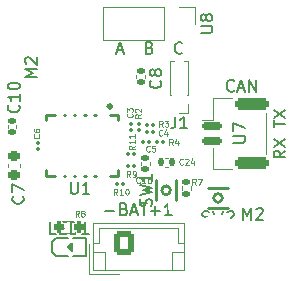
<source format=gto>
G04 #@! TF.GenerationSoftware,KiCad,Pcbnew,9.0.4*
G04 #@! TF.CreationDate,2025-10-13T14:39:45-04:00*
G04 #@! TF.ProjectId,bldc motor controller,626c6463-206d-46f7-946f-7220636f6e74,rev?*
G04 #@! TF.SameCoordinates,Original*
G04 #@! TF.FileFunction,Legend,Top*
G04 #@! TF.FilePolarity,Positive*
%FSLAX46Y46*%
G04 Gerber Fmt 4.6, Leading zero omitted, Abs format (unit mm)*
G04 Created by KiCad (PCBNEW 9.0.4) date 2025-10-13 14:39:45*
%MOMM*%
%LPD*%
G01*
G04 APERTURE LIST*
G04 Aperture macros list*
%AMRoundRect*
0 Rectangle with rounded corners*
0 $1 Rounding radius*
0 $2 $3 $4 $5 $6 $7 $8 $9 X,Y pos of 4 corners*
0 Add a 4 corners polygon primitive as box body*
4,1,4,$2,$3,$4,$5,$6,$7,$8,$9,$2,$3,0*
0 Add four circle primitives for the rounded corners*
1,1,$1+$1,$2,$3*
1,1,$1+$1,$4,$5*
1,1,$1+$1,$6,$7*
1,1,$1+$1,$8,$9*
0 Add four rect primitives between the rounded corners*
20,1,$1+$1,$2,$3,$4,$5,0*
20,1,$1+$1,$4,$5,$6,$7,0*
20,1,$1+$1,$6,$7,$8,$9,0*
20,1,$1+$1,$8,$9,$2,$3,0*%
G04 Aperture macros list end*
%ADD10C,0.200000*%
%ADD11C,0.150000*%
%ADD12C,0.062500*%
%ADD13C,0.254000*%
%ADD14C,0.120000*%
%ADD15C,0.300000*%
%ADD16R,0.720000X0.550000*%
%ADD17R,0.550000X0.720000*%
%ADD18R,0.800000X0.800000*%
%ADD19R,0.850000X0.850000*%
%ADD20C,0.850000*%
%ADD21RoundRect,0.250000X-0.600000X-0.750000X0.600000X-0.750000X0.600000X0.750000X-0.600000X0.750000X0*%
%ADD22O,1.700000X2.000000*%
%ADD23RoundRect,0.075000X-0.125000X-0.075000X0.125000X-0.075000X0.125000X0.075000X-0.125000X0.075000X0*%
%ADD24RoundRect,0.140000X-0.140000X-0.170000X0.140000X-0.170000X0.140000X0.170000X-0.140000X0.170000X0*%
%ADD25RoundRect,0.225000X-0.250000X0.225000X-0.250000X-0.225000X0.250000X-0.225000X0.250000X0.225000X0*%
%ADD26R,1.700000X1.700000*%
%ADD27C,1.700000*%
%ADD28RoundRect,0.200000X-0.200000X-0.275000X0.200000X-0.275000X0.200000X0.275000X-0.200000X0.275000X0*%
%ADD29RoundRect,0.150000X-0.700000X0.150000X-0.700000X-0.150000X0.700000X-0.150000X0.700000X0.150000X0*%
%ADD30RoundRect,0.250000X-1.150000X0.250000X-1.150000X-0.250000X1.150000X-0.250000X1.150000X0.250000X0*%
%ADD31RoundRect,0.140000X0.170000X-0.140000X0.170000X0.140000X-0.170000X0.140000X-0.170000X-0.140000X0*%
%ADD32RoundRect,0.140000X-0.170000X0.140000X-0.170000X-0.140000X0.170000X-0.140000X0.170000X0.140000X0*%
%ADD33RoundRect,0.075000X0.075000X-0.125000X0.075000X0.125000X-0.075000X0.125000X-0.075000X-0.125000X0*%
%ADD34O,0.280000X0.790000*%
%ADD35O,0.790000X0.280000*%
%ADD36R,4.000000X3.000000*%
%ADD37C,3.800000*%
%ADD38RoundRect,0.135000X0.185000X-0.135000X0.185000X0.135000X-0.185000X0.135000X-0.185000X-0.135000X0*%
G04 APERTURE END LIST*
D10*
X150257142Y-83856980D02*
X150209523Y-83904600D01*
X150209523Y-83904600D02*
X150066666Y-83952219D01*
X150066666Y-83952219D02*
X149971428Y-83952219D01*
X149971428Y-83952219D02*
X149828571Y-83904600D01*
X149828571Y-83904600D02*
X149733333Y-83809361D01*
X149733333Y-83809361D02*
X149685714Y-83714123D01*
X149685714Y-83714123D02*
X149638095Y-83523647D01*
X149638095Y-83523647D02*
X149638095Y-83380790D01*
X149638095Y-83380790D02*
X149685714Y-83190314D01*
X149685714Y-83190314D02*
X149733333Y-83095076D01*
X149733333Y-83095076D02*
X149828571Y-82999838D01*
X149828571Y-82999838D02*
X149971428Y-82952219D01*
X149971428Y-82952219D02*
X150066666Y-82952219D01*
X150066666Y-82952219D02*
X150209523Y-82999838D01*
X150209523Y-82999838D02*
X150257142Y-83047457D01*
X150638095Y-83666504D02*
X151114285Y-83666504D01*
X150542857Y-83952219D02*
X150876190Y-82952219D01*
X150876190Y-82952219D02*
X151209523Y-83952219D01*
X151542857Y-83952219D02*
X151542857Y-82952219D01*
X151542857Y-82952219D02*
X152114285Y-83952219D01*
X152114285Y-83952219D02*
X152114285Y-82952219D01*
X140338095Y-80466504D02*
X140814285Y-80466504D01*
X140242857Y-80752219D02*
X140576190Y-79752219D01*
X140576190Y-79752219D02*
X140909523Y-80752219D01*
X143100000Y-80228409D02*
X143242857Y-80276028D01*
X143242857Y-80276028D02*
X143290476Y-80323647D01*
X143290476Y-80323647D02*
X143338095Y-80418885D01*
X143338095Y-80418885D02*
X143338095Y-80561742D01*
X143338095Y-80561742D02*
X143290476Y-80656980D01*
X143290476Y-80656980D02*
X143242857Y-80704600D01*
X143242857Y-80704600D02*
X143147619Y-80752219D01*
X143147619Y-80752219D02*
X142766667Y-80752219D01*
X142766667Y-80752219D02*
X142766667Y-79752219D01*
X142766667Y-79752219D02*
X143100000Y-79752219D01*
X143100000Y-79752219D02*
X143195238Y-79799838D01*
X143195238Y-79799838D02*
X143242857Y-79847457D01*
X143242857Y-79847457D02*
X143290476Y-79942695D01*
X143290476Y-79942695D02*
X143290476Y-80037933D01*
X143290476Y-80037933D02*
X143242857Y-80133171D01*
X143242857Y-80133171D02*
X143195238Y-80180790D01*
X143195238Y-80180790D02*
X143100000Y-80228409D01*
X143100000Y-80228409D02*
X142766667Y-80228409D01*
X145861905Y-80656980D02*
X145814286Y-80704600D01*
X145814286Y-80704600D02*
X145671429Y-80752219D01*
X145671429Y-80752219D02*
X145576191Y-80752219D01*
X145576191Y-80752219D02*
X145433334Y-80704600D01*
X145433334Y-80704600D02*
X145338096Y-80609361D01*
X145338096Y-80609361D02*
X145290477Y-80514123D01*
X145290477Y-80514123D02*
X145242858Y-80323647D01*
X145242858Y-80323647D02*
X145242858Y-80180790D01*
X145242858Y-80180790D02*
X145290477Y-79990314D01*
X145290477Y-79990314D02*
X145338096Y-79895076D01*
X145338096Y-79895076D02*
X145433334Y-79799838D01*
X145433334Y-79799838D02*
X145576191Y-79752219D01*
X145576191Y-79752219D02*
X145671429Y-79752219D01*
X145671429Y-79752219D02*
X145814286Y-79799838D01*
X145814286Y-79799838D02*
X145861905Y-79847457D01*
X154602219Y-88954762D02*
X154126028Y-89288095D01*
X154602219Y-89526190D02*
X153602219Y-89526190D01*
X153602219Y-89526190D02*
X153602219Y-89145238D01*
X153602219Y-89145238D02*
X153649838Y-89050000D01*
X153649838Y-89050000D02*
X153697457Y-89002381D01*
X153697457Y-89002381D02*
X153792695Y-88954762D01*
X153792695Y-88954762D02*
X153935552Y-88954762D01*
X153935552Y-88954762D02*
X154030790Y-89002381D01*
X154030790Y-89002381D02*
X154078409Y-89050000D01*
X154078409Y-89050000D02*
X154126028Y-89145238D01*
X154126028Y-89145238D02*
X154126028Y-89526190D01*
X153602219Y-88621428D02*
X154602219Y-87954762D01*
X153602219Y-87954762D02*
X154602219Y-88621428D01*
X153602219Y-86954761D02*
X153602219Y-86383333D01*
X154602219Y-86669047D02*
X153602219Y-86669047D01*
X153602219Y-86145237D02*
X154602219Y-85478571D01*
X153602219Y-85478571D02*
X154602219Y-86145237D01*
D11*
X147566667Y-95034200D02*
X147709524Y-95081819D01*
X147709524Y-95081819D02*
X147947619Y-95081819D01*
X147947619Y-95081819D02*
X148042857Y-95034200D01*
X148042857Y-95034200D02*
X148090476Y-94986580D01*
X148090476Y-94986580D02*
X148138095Y-94891342D01*
X148138095Y-94891342D02*
X148138095Y-94796104D01*
X148138095Y-94796104D02*
X148090476Y-94700866D01*
X148090476Y-94700866D02*
X148042857Y-94653247D01*
X148042857Y-94653247D02*
X147947619Y-94605628D01*
X147947619Y-94605628D02*
X147757143Y-94558009D01*
X147757143Y-94558009D02*
X147661905Y-94510390D01*
X147661905Y-94510390D02*
X147614286Y-94462771D01*
X147614286Y-94462771D02*
X147566667Y-94367533D01*
X147566667Y-94367533D02*
X147566667Y-94272295D01*
X147566667Y-94272295D02*
X147614286Y-94177057D01*
X147614286Y-94177057D02*
X147661905Y-94129438D01*
X147661905Y-94129438D02*
X147757143Y-94081819D01*
X147757143Y-94081819D02*
X147995238Y-94081819D01*
X147995238Y-94081819D02*
X148138095Y-94129438D01*
X148471429Y-94081819D02*
X148709524Y-95081819D01*
X148709524Y-95081819D02*
X148900000Y-94367533D01*
X148900000Y-94367533D02*
X149090476Y-95081819D01*
X149090476Y-95081819D02*
X149328572Y-94081819D01*
X149661905Y-94177057D02*
X149709524Y-94129438D01*
X149709524Y-94129438D02*
X149804762Y-94081819D01*
X149804762Y-94081819D02*
X150042857Y-94081819D01*
X150042857Y-94081819D02*
X150138095Y-94129438D01*
X150138095Y-94129438D02*
X150185714Y-94177057D01*
X150185714Y-94177057D02*
X150233333Y-94272295D01*
X150233333Y-94272295D02*
X150233333Y-94367533D01*
X150233333Y-94367533D02*
X150185714Y-94510390D01*
X150185714Y-94510390D02*
X149614286Y-95081819D01*
X149614286Y-95081819D02*
X150233333Y-95081819D01*
X143230200Y-93633332D02*
X143277819Y-93490475D01*
X143277819Y-93490475D02*
X143277819Y-93252380D01*
X143277819Y-93252380D02*
X143230200Y-93157142D01*
X143230200Y-93157142D02*
X143182580Y-93109523D01*
X143182580Y-93109523D02*
X143087342Y-93061904D01*
X143087342Y-93061904D02*
X142992104Y-93061904D01*
X142992104Y-93061904D02*
X142896866Y-93109523D01*
X142896866Y-93109523D02*
X142849247Y-93157142D01*
X142849247Y-93157142D02*
X142801628Y-93252380D01*
X142801628Y-93252380D02*
X142754009Y-93442856D01*
X142754009Y-93442856D02*
X142706390Y-93538094D01*
X142706390Y-93538094D02*
X142658771Y-93585713D01*
X142658771Y-93585713D02*
X142563533Y-93633332D01*
X142563533Y-93633332D02*
X142468295Y-93633332D01*
X142468295Y-93633332D02*
X142373057Y-93585713D01*
X142373057Y-93585713D02*
X142325438Y-93538094D01*
X142325438Y-93538094D02*
X142277819Y-93442856D01*
X142277819Y-93442856D02*
X142277819Y-93204761D01*
X142277819Y-93204761D02*
X142325438Y-93061904D01*
X142277819Y-92728570D02*
X143277819Y-92490475D01*
X143277819Y-92490475D02*
X142563533Y-92299999D01*
X142563533Y-92299999D02*
X143277819Y-92109523D01*
X143277819Y-92109523D02*
X142277819Y-91871428D01*
X143277819Y-90966666D02*
X143277819Y-91538094D01*
X143277819Y-91252380D02*
X142277819Y-91252380D01*
X142277819Y-91252380D02*
X142420676Y-91347618D01*
X142420676Y-91347618D02*
X142515914Y-91442856D01*
X142515914Y-91442856D02*
X142563533Y-91538094D01*
X135181452Y-96023319D02*
X134705262Y-96023319D01*
X134705262Y-96023319D02*
X134705262Y-95023319D01*
X135514786Y-95499509D02*
X135848119Y-95499509D01*
X135990976Y-96023319D02*
X135514786Y-96023319D01*
X135514786Y-96023319D02*
X135514786Y-95023319D01*
X135514786Y-95023319D02*
X135990976Y-95023319D01*
X136419548Y-96023319D02*
X136419548Y-95023319D01*
X136419548Y-95023319D02*
X136657643Y-95023319D01*
X136657643Y-95023319D02*
X136800500Y-95070938D01*
X136800500Y-95070938D02*
X136895738Y-95166176D01*
X136895738Y-95166176D02*
X136943357Y-95261414D01*
X136943357Y-95261414D02*
X136990976Y-95451890D01*
X136990976Y-95451890D02*
X136990976Y-95594747D01*
X136990976Y-95594747D02*
X136943357Y-95785223D01*
X136943357Y-95785223D02*
X136895738Y-95880461D01*
X136895738Y-95880461D02*
X136800500Y-95975700D01*
X136800500Y-95975700D02*
X136657643Y-96023319D01*
X136657643Y-96023319D02*
X136419548Y-96023319D01*
X137943357Y-96023319D02*
X137371929Y-96023319D01*
X137657643Y-96023319D02*
X137657643Y-95023319D01*
X137657643Y-95023319D02*
X137562405Y-95166176D01*
X137562405Y-95166176D02*
X137467167Y-95261414D01*
X137467167Y-95261414D02*
X137371929Y-95309033D01*
X145266666Y-86064819D02*
X145266666Y-86779104D01*
X145266666Y-86779104D02*
X145219047Y-86921961D01*
X145219047Y-86921961D02*
X145123809Y-87017200D01*
X145123809Y-87017200D02*
X144980952Y-87064819D01*
X144980952Y-87064819D02*
X144885714Y-87064819D01*
X146266666Y-87064819D02*
X145695238Y-87064819D01*
X145980952Y-87064819D02*
X145980952Y-86064819D01*
X145980952Y-86064819D02*
X145885714Y-86207676D01*
X145885714Y-86207676D02*
X145790476Y-86302914D01*
X145790476Y-86302914D02*
X145695238Y-86350533D01*
X139364286Y-94023866D02*
X140126191Y-94023866D01*
X140935714Y-93881009D02*
X141078571Y-93928628D01*
X141078571Y-93928628D02*
X141126190Y-93976247D01*
X141126190Y-93976247D02*
X141173809Y-94071485D01*
X141173809Y-94071485D02*
X141173809Y-94214342D01*
X141173809Y-94214342D02*
X141126190Y-94309580D01*
X141126190Y-94309580D02*
X141078571Y-94357200D01*
X141078571Y-94357200D02*
X140983333Y-94404819D01*
X140983333Y-94404819D02*
X140602381Y-94404819D01*
X140602381Y-94404819D02*
X140602381Y-93404819D01*
X140602381Y-93404819D02*
X140935714Y-93404819D01*
X140935714Y-93404819D02*
X141030952Y-93452438D01*
X141030952Y-93452438D02*
X141078571Y-93500057D01*
X141078571Y-93500057D02*
X141126190Y-93595295D01*
X141126190Y-93595295D02*
X141126190Y-93690533D01*
X141126190Y-93690533D02*
X141078571Y-93785771D01*
X141078571Y-93785771D02*
X141030952Y-93833390D01*
X141030952Y-93833390D02*
X140935714Y-93881009D01*
X140935714Y-93881009D02*
X140602381Y-93881009D01*
X141554762Y-94119104D02*
X142030952Y-94119104D01*
X141459524Y-94404819D02*
X141792857Y-93404819D01*
X141792857Y-93404819D02*
X142126190Y-94404819D01*
X142316667Y-93404819D02*
X142888095Y-93404819D01*
X142602381Y-94404819D02*
X142602381Y-93404819D01*
X143221429Y-94023866D02*
X143983334Y-94023866D01*
X143602381Y-94404819D02*
X143602381Y-93642914D01*
X144983333Y-94404819D02*
X144411905Y-94404819D01*
X144697619Y-94404819D02*
X144697619Y-93404819D01*
X144697619Y-93404819D02*
X144602381Y-93547676D01*
X144602381Y-93547676D02*
X144507143Y-93642914D01*
X144507143Y-93642914D02*
X144411905Y-93690533D01*
D12*
X140378571Y-92678059D02*
X140211905Y-92439964D01*
X140092857Y-92678059D02*
X140092857Y-92178059D01*
X140092857Y-92178059D02*
X140283333Y-92178059D01*
X140283333Y-92178059D02*
X140330952Y-92201869D01*
X140330952Y-92201869D02*
X140354762Y-92225678D01*
X140354762Y-92225678D02*
X140378571Y-92273297D01*
X140378571Y-92273297D02*
X140378571Y-92344726D01*
X140378571Y-92344726D02*
X140354762Y-92392345D01*
X140354762Y-92392345D02*
X140330952Y-92416154D01*
X140330952Y-92416154D02*
X140283333Y-92439964D01*
X140283333Y-92439964D02*
X140092857Y-92439964D01*
X140854762Y-92678059D02*
X140569048Y-92678059D01*
X140711905Y-92678059D02*
X140711905Y-92178059D01*
X140711905Y-92178059D02*
X140664286Y-92249488D01*
X140664286Y-92249488D02*
X140616667Y-92297107D01*
X140616667Y-92297107D02*
X140569048Y-92320916D01*
X141164285Y-92178059D02*
X141211904Y-92178059D01*
X141211904Y-92178059D02*
X141259523Y-92201869D01*
X141259523Y-92201869D02*
X141283333Y-92225678D01*
X141283333Y-92225678D02*
X141307142Y-92273297D01*
X141307142Y-92273297D02*
X141330952Y-92368535D01*
X141330952Y-92368535D02*
X141330952Y-92487583D01*
X141330952Y-92487583D02*
X141307142Y-92582821D01*
X141307142Y-92582821D02*
X141283333Y-92630440D01*
X141283333Y-92630440D02*
X141259523Y-92654250D01*
X141259523Y-92654250D02*
X141211904Y-92678059D01*
X141211904Y-92678059D02*
X141164285Y-92678059D01*
X141164285Y-92678059D02*
X141116666Y-92654250D01*
X141116666Y-92654250D02*
X141092857Y-92630440D01*
X141092857Y-92630440D02*
X141069047Y-92582821D01*
X141069047Y-92582821D02*
X141045238Y-92487583D01*
X141045238Y-92487583D02*
X141045238Y-92368535D01*
X141045238Y-92368535D02*
X141069047Y-92273297D01*
X141069047Y-92273297D02*
X141092857Y-92225678D01*
X141092857Y-92225678D02*
X141116666Y-92201869D01*
X141116666Y-92201869D02*
X141164285Y-92178059D01*
X143116666Y-88980440D02*
X143092857Y-89004250D01*
X143092857Y-89004250D02*
X143021428Y-89028059D01*
X143021428Y-89028059D02*
X142973809Y-89028059D01*
X142973809Y-89028059D02*
X142902381Y-89004250D01*
X142902381Y-89004250D02*
X142854762Y-88956630D01*
X142854762Y-88956630D02*
X142830952Y-88909011D01*
X142830952Y-88909011D02*
X142807143Y-88813773D01*
X142807143Y-88813773D02*
X142807143Y-88742345D01*
X142807143Y-88742345D02*
X142830952Y-88647107D01*
X142830952Y-88647107D02*
X142854762Y-88599488D01*
X142854762Y-88599488D02*
X142902381Y-88551869D01*
X142902381Y-88551869D02*
X142973809Y-88528059D01*
X142973809Y-88528059D02*
X143021428Y-88528059D01*
X143021428Y-88528059D02*
X143092857Y-88551869D01*
X143092857Y-88551869D02*
X143116666Y-88575678D01*
X143569047Y-88528059D02*
X143330952Y-88528059D01*
X143330952Y-88528059D02*
X143307143Y-88766154D01*
X143307143Y-88766154D02*
X143330952Y-88742345D01*
X143330952Y-88742345D02*
X143378571Y-88718535D01*
X143378571Y-88718535D02*
X143497619Y-88718535D01*
X143497619Y-88718535D02*
X143545238Y-88742345D01*
X143545238Y-88742345D02*
X143569047Y-88766154D01*
X143569047Y-88766154D02*
X143592857Y-88813773D01*
X143592857Y-88813773D02*
X143592857Y-88932821D01*
X143592857Y-88932821D02*
X143569047Y-88980440D01*
X143569047Y-88980440D02*
X143545238Y-89004250D01*
X143545238Y-89004250D02*
X143497619Y-89028059D01*
X143497619Y-89028059D02*
X143378571Y-89028059D01*
X143378571Y-89028059D02*
X143330952Y-89004250D01*
X143330952Y-89004250D02*
X143307143Y-88980440D01*
X145928571Y-90080440D02*
X145904762Y-90104250D01*
X145904762Y-90104250D02*
X145833333Y-90128059D01*
X145833333Y-90128059D02*
X145785714Y-90128059D01*
X145785714Y-90128059D02*
X145714286Y-90104250D01*
X145714286Y-90104250D02*
X145666667Y-90056630D01*
X145666667Y-90056630D02*
X145642857Y-90009011D01*
X145642857Y-90009011D02*
X145619048Y-89913773D01*
X145619048Y-89913773D02*
X145619048Y-89842345D01*
X145619048Y-89842345D02*
X145642857Y-89747107D01*
X145642857Y-89747107D02*
X145666667Y-89699488D01*
X145666667Y-89699488D02*
X145714286Y-89651869D01*
X145714286Y-89651869D02*
X145785714Y-89628059D01*
X145785714Y-89628059D02*
X145833333Y-89628059D01*
X145833333Y-89628059D02*
X145904762Y-89651869D01*
X145904762Y-89651869D02*
X145928571Y-89675678D01*
X146119048Y-89675678D02*
X146142857Y-89651869D01*
X146142857Y-89651869D02*
X146190476Y-89628059D01*
X146190476Y-89628059D02*
X146309524Y-89628059D01*
X146309524Y-89628059D02*
X146357143Y-89651869D01*
X146357143Y-89651869D02*
X146380952Y-89675678D01*
X146380952Y-89675678D02*
X146404762Y-89723297D01*
X146404762Y-89723297D02*
X146404762Y-89770916D01*
X146404762Y-89770916D02*
X146380952Y-89842345D01*
X146380952Y-89842345D02*
X146095238Y-90128059D01*
X146095238Y-90128059D02*
X146404762Y-90128059D01*
X146833333Y-89794726D02*
X146833333Y-90128059D01*
X146714285Y-89604250D02*
X146595238Y-89961392D01*
X146595238Y-89961392D02*
X146904761Y-89961392D01*
D11*
X132359580Y-92816666D02*
X132407200Y-92864285D01*
X132407200Y-92864285D02*
X132454819Y-93007142D01*
X132454819Y-93007142D02*
X132454819Y-93102380D01*
X132454819Y-93102380D02*
X132407200Y-93245237D01*
X132407200Y-93245237D02*
X132311961Y-93340475D01*
X132311961Y-93340475D02*
X132216723Y-93388094D01*
X132216723Y-93388094D02*
X132026247Y-93435713D01*
X132026247Y-93435713D02*
X131883390Y-93435713D01*
X131883390Y-93435713D02*
X131692914Y-93388094D01*
X131692914Y-93388094D02*
X131597676Y-93340475D01*
X131597676Y-93340475D02*
X131502438Y-93245237D01*
X131502438Y-93245237D02*
X131454819Y-93102380D01*
X131454819Y-93102380D02*
X131454819Y-93007142D01*
X131454819Y-93007142D02*
X131502438Y-92864285D01*
X131502438Y-92864285D02*
X131550057Y-92816666D01*
X131454819Y-92483332D02*
X131454819Y-91816666D01*
X131454819Y-91816666D02*
X132454819Y-92245237D01*
X147424819Y-78961904D02*
X148234342Y-78961904D01*
X148234342Y-78961904D02*
X148329580Y-78914285D01*
X148329580Y-78914285D02*
X148377200Y-78866666D01*
X148377200Y-78866666D02*
X148424819Y-78771428D01*
X148424819Y-78771428D02*
X148424819Y-78580952D01*
X148424819Y-78580952D02*
X148377200Y-78485714D01*
X148377200Y-78485714D02*
X148329580Y-78438095D01*
X148329580Y-78438095D02*
X148234342Y-78390476D01*
X148234342Y-78390476D02*
X147424819Y-78390476D01*
X147853390Y-77771428D02*
X147805771Y-77866666D01*
X147805771Y-77866666D02*
X147758152Y-77914285D01*
X147758152Y-77914285D02*
X147662914Y-77961904D01*
X147662914Y-77961904D02*
X147615295Y-77961904D01*
X147615295Y-77961904D02*
X147520057Y-77914285D01*
X147520057Y-77914285D02*
X147472438Y-77866666D01*
X147472438Y-77866666D02*
X147424819Y-77771428D01*
X147424819Y-77771428D02*
X147424819Y-77580952D01*
X147424819Y-77580952D02*
X147472438Y-77485714D01*
X147472438Y-77485714D02*
X147520057Y-77438095D01*
X147520057Y-77438095D02*
X147615295Y-77390476D01*
X147615295Y-77390476D02*
X147662914Y-77390476D01*
X147662914Y-77390476D02*
X147758152Y-77438095D01*
X147758152Y-77438095D02*
X147805771Y-77485714D01*
X147805771Y-77485714D02*
X147853390Y-77580952D01*
X147853390Y-77580952D02*
X147853390Y-77771428D01*
X147853390Y-77771428D02*
X147901009Y-77866666D01*
X147901009Y-77866666D02*
X147948628Y-77914285D01*
X147948628Y-77914285D02*
X148043866Y-77961904D01*
X148043866Y-77961904D02*
X148234342Y-77961904D01*
X148234342Y-77961904D02*
X148329580Y-77914285D01*
X148329580Y-77914285D02*
X148377200Y-77866666D01*
X148377200Y-77866666D02*
X148424819Y-77771428D01*
X148424819Y-77771428D02*
X148424819Y-77580952D01*
X148424819Y-77580952D02*
X148377200Y-77485714D01*
X148377200Y-77485714D02*
X148329580Y-77438095D01*
X148329580Y-77438095D02*
X148234342Y-77390476D01*
X148234342Y-77390476D02*
X148043866Y-77390476D01*
X148043866Y-77390476D02*
X147948628Y-77438095D01*
X147948628Y-77438095D02*
X147901009Y-77485714D01*
X147901009Y-77485714D02*
X147853390Y-77580952D01*
D12*
X144166666Y-87630440D02*
X144142857Y-87654250D01*
X144142857Y-87654250D02*
X144071428Y-87678059D01*
X144071428Y-87678059D02*
X144023809Y-87678059D01*
X144023809Y-87678059D02*
X143952381Y-87654250D01*
X143952381Y-87654250D02*
X143904762Y-87606630D01*
X143904762Y-87606630D02*
X143880952Y-87559011D01*
X143880952Y-87559011D02*
X143857143Y-87463773D01*
X143857143Y-87463773D02*
X143857143Y-87392345D01*
X143857143Y-87392345D02*
X143880952Y-87297107D01*
X143880952Y-87297107D02*
X143904762Y-87249488D01*
X143904762Y-87249488D02*
X143952381Y-87201869D01*
X143952381Y-87201869D02*
X144023809Y-87178059D01*
X144023809Y-87178059D02*
X144071428Y-87178059D01*
X144071428Y-87178059D02*
X144142857Y-87201869D01*
X144142857Y-87201869D02*
X144166666Y-87225678D01*
X144595238Y-87344726D02*
X144595238Y-87678059D01*
X144476190Y-87154250D02*
X144357143Y-87511392D01*
X144357143Y-87511392D02*
X144666666Y-87511392D01*
X137116666Y-94528059D02*
X136950000Y-94289964D01*
X136830952Y-94528059D02*
X136830952Y-94028059D01*
X136830952Y-94028059D02*
X137021428Y-94028059D01*
X137021428Y-94028059D02*
X137069047Y-94051869D01*
X137069047Y-94051869D02*
X137092857Y-94075678D01*
X137092857Y-94075678D02*
X137116666Y-94123297D01*
X137116666Y-94123297D02*
X137116666Y-94194726D01*
X137116666Y-94194726D02*
X137092857Y-94242345D01*
X137092857Y-94242345D02*
X137069047Y-94266154D01*
X137069047Y-94266154D02*
X137021428Y-94289964D01*
X137021428Y-94289964D02*
X136830952Y-94289964D01*
X137402381Y-94242345D02*
X137354762Y-94218535D01*
X137354762Y-94218535D02*
X137330952Y-94194726D01*
X137330952Y-94194726D02*
X137307143Y-94147107D01*
X137307143Y-94147107D02*
X137307143Y-94123297D01*
X137307143Y-94123297D02*
X137330952Y-94075678D01*
X137330952Y-94075678D02*
X137354762Y-94051869D01*
X137354762Y-94051869D02*
X137402381Y-94028059D01*
X137402381Y-94028059D02*
X137497619Y-94028059D01*
X137497619Y-94028059D02*
X137545238Y-94051869D01*
X137545238Y-94051869D02*
X137569047Y-94075678D01*
X137569047Y-94075678D02*
X137592857Y-94123297D01*
X137592857Y-94123297D02*
X137592857Y-94147107D01*
X137592857Y-94147107D02*
X137569047Y-94194726D01*
X137569047Y-94194726D02*
X137545238Y-94218535D01*
X137545238Y-94218535D02*
X137497619Y-94242345D01*
X137497619Y-94242345D02*
X137402381Y-94242345D01*
X137402381Y-94242345D02*
X137354762Y-94266154D01*
X137354762Y-94266154D02*
X137330952Y-94289964D01*
X137330952Y-94289964D02*
X137307143Y-94337583D01*
X137307143Y-94337583D02*
X137307143Y-94432821D01*
X137307143Y-94432821D02*
X137330952Y-94480440D01*
X137330952Y-94480440D02*
X137354762Y-94504250D01*
X137354762Y-94504250D02*
X137402381Y-94528059D01*
X137402381Y-94528059D02*
X137497619Y-94528059D01*
X137497619Y-94528059D02*
X137545238Y-94504250D01*
X137545238Y-94504250D02*
X137569047Y-94480440D01*
X137569047Y-94480440D02*
X137592857Y-94432821D01*
X137592857Y-94432821D02*
X137592857Y-94337583D01*
X137592857Y-94337583D02*
X137569047Y-94289964D01*
X137569047Y-94289964D02*
X137545238Y-94266154D01*
X137545238Y-94266154D02*
X137497619Y-94242345D01*
X144216666Y-86928059D02*
X144050000Y-86689964D01*
X143930952Y-86928059D02*
X143930952Y-86428059D01*
X143930952Y-86428059D02*
X144121428Y-86428059D01*
X144121428Y-86428059D02*
X144169047Y-86451869D01*
X144169047Y-86451869D02*
X144192857Y-86475678D01*
X144192857Y-86475678D02*
X144216666Y-86523297D01*
X144216666Y-86523297D02*
X144216666Y-86594726D01*
X144216666Y-86594726D02*
X144192857Y-86642345D01*
X144192857Y-86642345D02*
X144169047Y-86666154D01*
X144169047Y-86666154D02*
X144121428Y-86689964D01*
X144121428Y-86689964D02*
X143930952Y-86689964D01*
X144383333Y-86428059D02*
X144692857Y-86428059D01*
X144692857Y-86428059D02*
X144526190Y-86618535D01*
X144526190Y-86618535D02*
X144597619Y-86618535D01*
X144597619Y-86618535D02*
X144645238Y-86642345D01*
X144645238Y-86642345D02*
X144669047Y-86666154D01*
X144669047Y-86666154D02*
X144692857Y-86713773D01*
X144692857Y-86713773D02*
X144692857Y-86832821D01*
X144692857Y-86832821D02*
X144669047Y-86880440D01*
X144669047Y-86880440D02*
X144645238Y-86904250D01*
X144645238Y-86904250D02*
X144597619Y-86928059D01*
X144597619Y-86928059D02*
X144454762Y-86928059D01*
X144454762Y-86928059D02*
X144407143Y-86904250D01*
X144407143Y-86904250D02*
X144383333Y-86880440D01*
D11*
X150204819Y-88261904D02*
X151014342Y-88261904D01*
X151014342Y-88261904D02*
X151109580Y-88214285D01*
X151109580Y-88214285D02*
X151157200Y-88166666D01*
X151157200Y-88166666D02*
X151204819Y-88071428D01*
X151204819Y-88071428D02*
X151204819Y-87880952D01*
X151204819Y-87880952D02*
X151157200Y-87785714D01*
X151157200Y-87785714D02*
X151109580Y-87738095D01*
X151109580Y-87738095D02*
X151014342Y-87690476D01*
X151014342Y-87690476D02*
X150204819Y-87690476D01*
X150204819Y-87309523D02*
X150204819Y-86642857D01*
X150204819Y-86642857D02*
X151204819Y-87071428D01*
D12*
X141828059Y-88521428D02*
X141589964Y-88688094D01*
X141828059Y-88807142D02*
X141328059Y-88807142D01*
X141328059Y-88807142D02*
X141328059Y-88616666D01*
X141328059Y-88616666D02*
X141351869Y-88569047D01*
X141351869Y-88569047D02*
X141375678Y-88545237D01*
X141375678Y-88545237D02*
X141423297Y-88521428D01*
X141423297Y-88521428D02*
X141494726Y-88521428D01*
X141494726Y-88521428D02*
X141542345Y-88545237D01*
X141542345Y-88545237D02*
X141566154Y-88569047D01*
X141566154Y-88569047D02*
X141589964Y-88616666D01*
X141589964Y-88616666D02*
X141589964Y-88807142D01*
X141828059Y-88045237D02*
X141828059Y-88330951D01*
X141828059Y-88188094D02*
X141328059Y-88188094D01*
X141328059Y-88188094D02*
X141399488Y-88235713D01*
X141399488Y-88235713D02*
X141447107Y-88283332D01*
X141447107Y-88283332D02*
X141470916Y-88330951D01*
X141828059Y-87569047D02*
X141828059Y-87854761D01*
X141828059Y-87711904D02*
X141328059Y-87711904D01*
X141328059Y-87711904D02*
X141399488Y-87759523D01*
X141399488Y-87759523D02*
X141447107Y-87807142D01*
X141447107Y-87807142D02*
X141470916Y-87854761D01*
X145066666Y-88478059D02*
X144900000Y-88239964D01*
X144780952Y-88478059D02*
X144780952Y-87978059D01*
X144780952Y-87978059D02*
X144971428Y-87978059D01*
X144971428Y-87978059D02*
X145019047Y-88001869D01*
X145019047Y-88001869D02*
X145042857Y-88025678D01*
X145042857Y-88025678D02*
X145066666Y-88073297D01*
X145066666Y-88073297D02*
X145066666Y-88144726D01*
X145066666Y-88144726D02*
X145042857Y-88192345D01*
X145042857Y-88192345D02*
X145019047Y-88216154D01*
X145019047Y-88216154D02*
X144971428Y-88239964D01*
X144971428Y-88239964D02*
X144780952Y-88239964D01*
X145495238Y-88144726D02*
X145495238Y-88478059D01*
X145376190Y-87954250D02*
X145257143Y-88311392D01*
X145257143Y-88311392D02*
X145566666Y-88311392D01*
X142278571Y-91630440D02*
X142254762Y-91654250D01*
X142254762Y-91654250D02*
X142183333Y-91678059D01*
X142183333Y-91678059D02*
X142135714Y-91678059D01*
X142135714Y-91678059D02*
X142064286Y-91654250D01*
X142064286Y-91654250D02*
X142016667Y-91606630D01*
X142016667Y-91606630D02*
X141992857Y-91559011D01*
X141992857Y-91559011D02*
X141969048Y-91463773D01*
X141969048Y-91463773D02*
X141969048Y-91392345D01*
X141969048Y-91392345D02*
X141992857Y-91297107D01*
X141992857Y-91297107D02*
X142016667Y-91249488D01*
X142016667Y-91249488D02*
X142064286Y-91201869D01*
X142064286Y-91201869D02*
X142135714Y-91178059D01*
X142135714Y-91178059D02*
X142183333Y-91178059D01*
X142183333Y-91178059D02*
X142254762Y-91201869D01*
X142254762Y-91201869D02*
X142278571Y-91225678D01*
X142754762Y-91678059D02*
X142469048Y-91678059D01*
X142611905Y-91678059D02*
X142611905Y-91178059D01*
X142611905Y-91178059D02*
X142564286Y-91249488D01*
X142564286Y-91249488D02*
X142516667Y-91297107D01*
X142516667Y-91297107D02*
X142469048Y-91320916D01*
X143040476Y-91392345D02*
X142992857Y-91368535D01*
X142992857Y-91368535D02*
X142969047Y-91344726D01*
X142969047Y-91344726D02*
X142945238Y-91297107D01*
X142945238Y-91297107D02*
X142945238Y-91273297D01*
X142945238Y-91273297D02*
X142969047Y-91225678D01*
X142969047Y-91225678D02*
X142992857Y-91201869D01*
X142992857Y-91201869D02*
X143040476Y-91178059D01*
X143040476Y-91178059D02*
X143135714Y-91178059D01*
X143135714Y-91178059D02*
X143183333Y-91201869D01*
X143183333Y-91201869D02*
X143207142Y-91225678D01*
X143207142Y-91225678D02*
X143230952Y-91273297D01*
X143230952Y-91273297D02*
X143230952Y-91297107D01*
X143230952Y-91297107D02*
X143207142Y-91344726D01*
X143207142Y-91344726D02*
X143183333Y-91368535D01*
X143183333Y-91368535D02*
X143135714Y-91392345D01*
X143135714Y-91392345D02*
X143040476Y-91392345D01*
X143040476Y-91392345D02*
X142992857Y-91416154D01*
X142992857Y-91416154D02*
X142969047Y-91439964D01*
X142969047Y-91439964D02*
X142945238Y-91487583D01*
X142945238Y-91487583D02*
X142945238Y-91582821D01*
X142945238Y-91582821D02*
X142969047Y-91630440D01*
X142969047Y-91630440D02*
X142992857Y-91654250D01*
X142992857Y-91654250D02*
X143040476Y-91678059D01*
X143040476Y-91678059D02*
X143135714Y-91678059D01*
X143135714Y-91678059D02*
X143183333Y-91654250D01*
X143183333Y-91654250D02*
X143207142Y-91630440D01*
X143207142Y-91630440D02*
X143230952Y-91582821D01*
X143230952Y-91582821D02*
X143230952Y-91487583D01*
X143230952Y-91487583D02*
X143207142Y-91439964D01*
X143207142Y-91439964D02*
X143183333Y-91416154D01*
X143183333Y-91416154D02*
X143135714Y-91392345D01*
D11*
X132009580Y-85092857D02*
X132057200Y-85140476D01*
X132057200Y-85140476D02*
X132104819Y-85283333D01*
X132104819Y-85283333D02*
X132104819Y-85378571D01*
X132104819Y-85378571D02*
X132057200Y-85521428D01*
X132057200Y-85521428D02*
X131961961Y-85616666D01*
X131961961Y-85616666D02*
X131866723Y-85664285D01*
X131866723Y-85664285D02*
X131676247Y-85711904D01*
X131676247Y-85711904D02*
X131533390Y-85711904D01*
X131533390Y-85711904D02*
X131342914Y-85664285D01*
X131342914Y-85664285D02*
X131247676Y-85616666D01*
X131247676Y-85616666D02*
X131152438Y-85521428D01*
X131152438Y-85521428D02*
X131104819Y-85378571D01*
X131104819Y-85378571D02*
X131104819Y-85283333D01*
X131104819Y-85283333D02*
X131152438Y-85140476D01*
X131152438Y-85140476D02*
X131200057Y-85092857D01*
X132104819Y-84140476D02*
X132104819Y-84711904D01*
X132104819Y-84426190D02*
X131104819Y-84426190D01*
X131104819Y-84426190D02*
X131247676Y-84521428D01*
X131247676Y-84521428D02*
X131342914Y-84616666D01*
X131342914Y-84616666D02*
X131390533Y-84711904D01*
X131104819Y-83521428D02*
X131104819Y-83426190D01*
X131104819Y-83426190D02*
X131152438Y-83330952D01*
X131152438Y-83330952D02*
X131200057Y-83283333D01*
X131200057Y-83283333D02*
X131295295Y-83235714D01*
X131295295Y-83235714D02*
X131485771Y-83188095D01*
X131485771Y-83188095D02*
X131723866Y-83188095D01*
X131723866Y-83188095D02*
X131914342Y-83235714D01*
X131914342Y-83235714D02*
X132009580Y-83283333D01*
X132009580Y-83283333D02*
X132057200Y-83330952D01*
X132057200Y-83330952D02*
X132104819Y-83426190D01*
X132104819Y-83426190D02*
X132104819Y-83521428D01*
X132104819Y-83521428D02*
X132057200Y-83616666D01*
X132057200Y-83616666D02*
X132009580Y-83664285D01*
X132009580Y-83664285D02*
X131914342Y-83711904D01*
X131914342Y-83711904D02*
X131723866Y-83759523D01*
X131723866Y-83759523D02*
X131485771Y-83759523D01*
X131485771Y-83759523D02*
X131295295Y-83711904D01*
X131295295Y-83711904D02*
X131200057Y-83664285D01*
X131200057Y-83664285D02*
X131152438Y-83616666D01*
X131152438Y-83616666D02*
X131104819Y-83521428D01*
D12*
X142378059Y-85883333D02*
X142139964Y-86049999D01*
X142378059Y-86169047D02*
X141878059Y-86169047D01*
X141878059Y-86169047D02*
X141878059Y-85978571D01*
X141878059Y-85978571D02*
X141901869Y-85930952D01*
X141901869Y-85930952D02*
X141925678Y-85907142D01*
X141925678Y-85907142D02*
X141973297Y-85883333D01*
X141973297Y-85883333D02*
X142044726Y-85883333D01*
X142044726Y-85883333D02*
X142092345Y-85907142D01*
X142092345Y-85907142D02*
X142116154Y-85930952D01*
X142116154Y-85930952D02*
X142139964Y-85978571D01*
X142139964Y-85978571D02*
X142139964Y-86169047D01*
X141925678Y-85692856D02*
X141901869Y-85669047D01*
X141901869Y-85669047D02*
X141878059Y-85621428D01*
X141878059Y-85621428D02*
X141878059Y-85502380D01*
X141878059Y-85502380D02*
X141901869Y-85454761D01*
X141901869Y-85454761D02*
X141925678Y-85430952D01*
X141925678Y-85430952D02*
X141973297Y-85407142D01*
X141973297Y-85407142D02*
X142020916Y-85407142D01*
X142020916Y-85407142D02*
X142092345Y-85430952D01*
X142092345Y-85430952D02*
X142378059Y-85716666D01*
X142378059Y-85716666D02*
X142378059Y-85407142D01*
D11*
X136438095Y-91604819D02*
X136438095Y-92414342D01*
X136438095Y-92414342D02*
X136485714Y-92509580D01*
X136485714Y-92509580D02*
X136533333Y-92557200D01*
X136533333Y-92557200D02*
X136628571Y-92604819D01*
X136628571Y-92604819D02*
X136819047Y-92604819D01*
X136819047Y-92604819D02*
X136914285Y-92557200D01*
X136914285Y-92557200D02*
X136961904Y-92509580D01*
X136961904Y-92509580D02*
X137009523Y-92414342D01*
X137009523Y-92414342D02*
X137009523Y-91604819D01*
X138009523Y-92604819D02*
X137438095Y-92604819D01*
X137723809Y-92604819D02*
X137723809Y-91604819D01*
X137723809Y-91604819D02*
X137628571Y-91747676D01*
X137628571Y-91747676D02*
X137533333Y-91842914D01*
X137533333Y-91842914D02*
X137438095Y-91890533D01*
X144009580Y-83016666D02*
X144057200Y-83064285D01*
X144057200Y-83064285D02*
X144104819Y-83207142D01*
X144104819Y-83207142D02*
X144104819Y-83302380D01*
X144104819Y-83302380D02*
X144057200Y-83445237D01*
X144057200Y-83445237D02*
X143961961Y-83540475D01*
X143961961Y-83540475D02*
X143866723Y-83588094D01*
X143866723Y-83588094D02*
X143676247Y-83635713D01*
X143676247Y-83635713D02*
X143533390Y-83635713D01*
X143533390Y-83635713D02*
X143342914Y-83588094D01*
X143342914Y-83588094D02*
X143247676Y-83540475D01*
X143247676Y-83540475D02*
X143152438Y-83445237D01*
X143152438Y-83445237D02*
X143104819Y-83302380D01*
X143104819Y-83302380D02*
X143104819Y-83207142D01*
X143104819Y-83207142D02*
X143152438Y-83064285D01*
X143152438Y-83064285D02*
X143200057Y-83016666D01*
X143533390Y-82445237D02*
X143485771Y-82540475D01*
X143485771Y-82540475D02*
X143438152Y-82588094D01*
X143438152Y-82588094D02*
X143342914Y-82635713D01*
X143342914Y-82635713D02*
X143295295Y-82635713D01*
X143295295Y-82635713D02*
X143200057Y-82588094D01*
X143200057Y-82588094D02*
X143152438Y-82540475D01*
X143152438Y-82540475D02*
X143104819Y-82445237D01*
X143104819Y-82445237D02*
X143104819Y-82254761D01*
X143104819Y-82254761D02*
X143152438Y-82159523D01*
X143152438Y-82159523D02*
X143200057Y-82111904D01*
X143200057Y-82111904D02*
X143295295Y-82064285D01*
X143295295Y-82064285D02*
X143342914Y-82064285D01*
X143342914Y-82064285D02*
X143438152Y-82111904D01*
X143438152Y-82111904D02*
X143485771Y-82159523D01*
X143485771Y-82159523D02*
X143533390Y-82254761D01*
X143533390Y-82254761D02*
X143533390Y-82445237D01*
X143533390Y-82445237D02*
X143581009Y-82540475D01*
X143581009Y-82540475D02*
X143628628Y-82588094D01*
X143628628Y-82588094D02*
X143723866Y-82635713D01*
X143723866Y-82635713D02*
X143914342Y-82635713D01*
X143914342Y-82635713D02*
X144009580Y-82588094D01*
X144009580Y-82588094D02*
X144057200Y-82540475D01*
X144057200Y-82540475D02*
X144104819Y-82445237D01*
X144104819Y-82445237D02*
X144104819Y-82254761D01*
X144104819Y-82254761D02*
X144057200Y-82159523D01*
X144057200Y-82159523D02*
X144009580Y-82111904D01*
X144009580Y-82111904D02*
X143914342Y-82064285D01*
X143914342Y-82064285D02*
X143723866Y-82064285D01*
X143723866Y-82064285D02*
X143628628Y-82111904D01*
X143628628Y-82111904D02*
X143581009Y-82159523D01*
X143581009Y-82159523D02*
X143533390Y-82254761D01*
D10*
X133552219Y-82709523D02*
X132552219Y-82709523D01*
X132552219Y-82709523D02*
X133266504Y-82376190D01*
X133266504Y-82376190D02*
X132552219Y-82042857D01*
X132552219Y-82042857D02*
X133552219Y-82042857D01*
X132647457Y-81614285D02*
X132599838Y-81566666D01*
X132599838Y-81566666D02*
X132552219Y-81471428D01*
X132552219Y-81471428D02*
X132552219Y-81233333D01*
X132552219Y-81233333D02*
X132599838Y-81138095D01*
X132599838Y-81138095D02*
X132647457Y-81090476D01*
X132647457Y-81090476D02*
X132742695Y-81042857D01*
X132742695Y-81042857D02*
X132837933Y-81042857D01*
X132837933Y-81042857D02*
X132980790Y-81090476D01*
X132980790Y-81090476D02*
X133552219Y-81661904D01*
X133552219Y-81661904D02*
X133552219Y-81042857D01*
X151040476Y-94802219D02*
X151040476Y-93802219D01*
X151040476Y-93802219D02*
X151373809Y-94516504D01*
X151373809Y-94516504D02*
X151707142Y-93802219D01*
X151707142Y-93802219D02*
X151707142Y-94802219D01*
X152135714Y-93897457D02*
X152183333Y-93849838D01*
X152183333Y-93849838D02*
X152278571Y-93802219D01*
X152278571Y-93802219D02*
X152516666Y-93802219D01*
X152516666Y-93802219D02*
X152611904Y-93849838D01*
X152611904Y-93849838D02*
X152659523Y-93897457D01*
X152659523Y-93897457D02*
X152707142Y-93992695D01*
X152707142Y-93992695D02*
X152707142Y-94087933D01*
X152707142Y-94087933D02*
X152659523Y-94230790D01*
X152659523Y-94230790D02*
X152088095Y-94802219D01*
X152088095Y-94802219D02*
X152707142Y-94802219D01*
D12*
X141630440Y-85833333D02*
X141654250Y-85857142D01*
X141654250Y-85857142D02*
X141678059Y-85928571D01*
X141678059Y-85928571D02*
X141678059Y-85976190D01*
X141678059Y-85976190D02*
X141654250Y-86047618D01*
X141654250Y-86047618D02*
X141606630Y-86095237D01*
X141606630Y-86095237D02*
X141559011Y-86119047D01*
X141559011Y-86119047D02*
X141463773Y-86142856D01*
X141463773Y-86142856D02*
X141392345Y-86142856D01*
X141392345Y-86142856D02*
X141297107Y-86119047D01*
X141297107Y-86119047D02*
X141249488Y-86095237D01*
X141249488Y-86095237D02*
X141201869Y-86047618D01*
X141201869Y-86047618D02*
X141178059Y-85976190D01*
X141178059Y-85976190D02*
X141178059Y-85928571D01*
X141178059Y-85928571D02*
X141201869Y-85857142D01*
X141201869Y-85857142D02*
X141225678Y-85833333D01*
X141178059Y-85666666D02*
X141178059Y-85357142D01*
X141178059Y-85357142D02*
X141368535Y-85523809D01*
X141368535Y-85523809D02*
X141368535Y-85452380D01*
X141368535Y-85452380D02*
X141392345Y-85404761D01*
X141392345Y-85404761D02*
X141416154Y-85380952D01*
X141416154Y-85380952D02*
X141463773Y-85357142D01*
X141463773Y-85357142D02*
X141582821Y-85357142D01*
X141582821Y-85357142D02*
X141630440Y-85380952D01*
X141630440Y-85380952D02*
X141654250Y-85404761D01*
X141654250Y-85404761D02*
X141678059Y-85452380D01*
X141678059Y-85452380D02*
X141678059Y-85595237D01*
X141678059Y-85595237D02*
X141654250Y-85642856D01*
X141654250Y-85642856D02*
X141630440Y-85666666D01*
X133730440Y-87583333D02*
X133754250Y-87607142D01*
X133754250Y-87607142D02*
X133778059Y-87678571D01*
X133778059Y-87678571D02*
X133778059Y-87726190D01*
X133778059Y-87726190D02*
X133754250Y-87797618D01*
X133754250Y-87797618D02*
X133706630Y-87845237D01*
X133706630Y-87845237D02*
X133659011Y-87869047D01*
X133659011Y-87869047D02*
X133563773Y-87892856D01*
X133563773Y-87892856D02*
X133492345Y-87892856D01*
X133492345Y-87892856D02*
X133397107Y-87869047D01*
X133397107Y-87869047D02*
X133349488Y-87845237D01*
X133349488Y-87845237D02*
X133301869Y-87797618D01*
X133301869Y-87797618D02*
X133278059Y-87726190D01*
X133278059Y-87726190D02*
X133278059Y-87678571D01*
X133278059Y-87678571D02*
X133301869Y-87607142D01*
X133301869Y-87607142D02*
X133325678Y-87583333D01*
X133278059Y-87154761D02*
X133278059Y-87249999D01*
X133278059Y-87249999D02*
X133301869Y-87297618D01*
X133301869Y-87297618D02*
X133325678Y-87321428D01*
X133325678Y-87321428D02*
X133397107Y-87369047D01*
X133397107Y-87369047D02*
X133492345Y-87392856D01*
X133492345Y-87392856D02*
X133682821Y-87392856D01*
X133682821Y-87392856D02*
X133730440Y-87369047D01*
X133730440Y-87369047D02*
X133754250Y-87345237D01*
X133754250Y-87345237D02*
X133778059Y-87297618D01*
X133778059Y-87297618D02*
X133778059Y-87202380D01*
X133778059Y-87202380D02*
X133754250Y-87154761D01*
X133754250Y-87154761D02*
X133730440Y-87130952D01*
X133730440Y-87130952D02*
X133682821Y-87107142D01*
X133682821Y-87107142D02*
X133563773Y-87107142D01*
X133563773Y-87107142D02*
X133516154Y-87130952D01*
X133516154Y-87130952D02*
X133492345Y-87154761D01*
X133492345Y-87154761D02*
X133468535Y-87202380D01*
X133468535Y-87202380D02*
X133468535Y-87297618D01*
X133468535Y-87297618D02*
X133492345Y-87345237D01*
X133492345Y-87345237D02*
X133516154Y-87369047D01*
X133516154Y-87369047D02*
X133563773Y-87392856D01*
X147016666Y-91828059D02*
X146850000Y-91589964D01*
X146730952Y-91828059D02*
X146730952Y-91328059D01*
X146730952Y-91328059D02*
X146921428Y-91328059D01*
X146921428Y-91328059D02*
X146969047Y-91351869D01*
X146969047Y-91351869D02*
X146992857Y-91375678D01*
X146992857Y-91375678D02*
X147016666Y-91423297D01*
X147016666Y-91423297D02*
X147016666Y-91494726D01*
X147016666Y-91494726D02*
X146992857Y-91542345D01*
X146992857Y-91542345D02*
X146969047Y-91566154D01*
X146969047Y-91566154D02*
X146921428Y-91589964D01*
X146921428Y-91589964D02*
X146730952Y-91589964D01*
X147183333Y-91328059D02*
X147516666Y-91328059D01*
X147516666Y-91328059D02*
X147302381Y-91828059D01*
X141466666Y-91178059D02*
X141300000Y-90939964D01*
X141180952Y-91178059D02*
X141180952Y-90678059D01*
X141180952Y-90678059D02*
X141371428Y-90678059D01*
X141371428Y-90678059D02*
X141419047Y-90701869D01*
X141419047Y-90701869D02*
X141442857Y-90725678D01*
X141442857Y-90725678D02*
X141466666Y-90773297D01*
X141466666Y-90773297D02*
X141466666Y-90844726D01*
X141466666Y-90844726D02*
X141442857Y-90892345D01*
X141442857Y-90892345D02*
X141419047Y-90916154D01*
X141419047Y-90916154D02*
X141371428Y-90939964D01*
X141371428Y-90939964D02*
X141180952Y-90939964D01*
X141704762Y-91178059D02*
X141800000Y-91178059D01*
X141800000Y-91178059D02*
X141847619Y-91154250D01*
X141847619Y-91154250D02*
X141871428Y-91130440D01*
X141871428Y-91130440D02*
X141919047Y-91059011D01*
X141919047Y-91059011D02*
X141942857Y-90963773D01*
X141942857Y-90963773D02*
X141942857Y-90773297D01*
X141942857Y-90773297D02*
X141919047Y-90725678D01*
X141919047Y-90725678D02*
X141895238Y-90701869D01*
X141895238Y-90701869D02*
X141847619Y-90678059D01*
X141847619Y-90678059D02*
X141752381Y-90678059D01*
X141752381Y-90678059D02*
X141704762Y-90701869D01*
X141704762Y-90701869D02*
X141680952Y-90725678D01*
X141680952Y-90725678D02*
X141657143Y-90773297D01*
X141657143Y-90773297D02*
X141657143Y-90892345D01*
X141657143Y-90892345D02*
X141680952Y-90939964D01*
X141680952Y-90939964D02*
X141704762Y-90963773D01*
X141704762Y-90963773D02*
X141752381Y-90987583D01*
X141752381Y-90987583D02*
X141847619Y-90987583D01*
X141847619Y-90987583D02*
X141895238Y-90963773D01*
X141895238Y-90963773D02*
X141919047Y-90939964D01*
X141919047Y-90939964D02*
X141942857Y-90892345D01*
D13*
G04 #@! TO.C,SW2*
X149750500Y-93800000D02*
X148049500Y-93800000D01*
X149750500Y-92100000D02*
X148049500Y-92100000D01*
X149270500Y-92950000D02*
G75*
G02*
X148529500Y-92950000I-370500J0D01*
G01*
X148529500Y-92950000D02*
G75*
G02*
X149270500Y-92950000I370500J0D01*
G01*
G04 #@! TO.C,SW1*
X143650000Y-93150500D02*
X143650000Y-91449500D01*
X145350000Y-93150500D02*
X145350000Y-91449500D01*
X144870500Y-92300000D02*
G75*
G02*
X144129500Y-92300000I-370500J0D01*
G01*
X144129500Y-92300000D02*
G75*
G02*
X144870500Y-92300000I370500J0D01*
G01*
D11*
G04 #@! TO.C,LED1*
X134860500Y-96645500D02*
X135160500Y-96345500D01*
X134860500Y-96746000D02*
X134860500Y-96645500D01*
X134860500Y-96746000D02*
X134860500Y-97446000D01*
X134860500Y-97446000D02*
X134860500Y-97546000D01*
X134860500Y-97546000D02*
X135160500Y-97846000D01*
X136210500Y-96345500D02*
X135160500Y-96345500D01*
X136210500Y-97846000D02*
X135160500Y-97846000D01*
X136560500Y-97423500D02*
X136230500Y-97093500D01*
X136570500Y-96743500D02*
X136570500Y-96753500D01*
X136570500Y-96743500D02*
X136570500Y-97423500D01*
X136570500Y-96753500D02*
X136230500Y-97093500D01*
X136570500Y-97093500D02*
X136230500Y-97093500D01*
X136570500Y-97423500D02*
X136560500Y-97423500D01*
X136590500Y-96343500D02*
X137740500Y-96343500D01*
X136590500Y-97843500D02*
X137740500Y-97843500D01*
X137740500Y-96343500D02*
X137740500Y-97823500D01*
D14*
G04 #@! TO.C,J1*
X146345000Y-85735000D02*
X145600000Y-85735000D01*
X146345000Y-85000000D02*
X146345000Y-85735000D01*
X146345000Y-84265000D02*
X146345000Y-81390000D01*
X146345000Y-84265000D02*
X146285565Y-84265000D01*
X146345000Y-81390000D02*
X146010030Y-81390000D01*
X145189970Y-81390000D02*
X144855000Y-81390000D01*
X144914435Y-84265000D02*
X144855000Y-84265000D01*
X144855000Y-84265000D02*
X144855000Y-81390000D01*
G04 #@! TO.C,-BAT+1*
X137990000Y-96860000D02*
X137990000Y-99360000D01*
X137990000Y-99360000D02*
X140490000Y-99360000D01*
X138290000Y-95040000D02*
X138290000Y-99060000D01*
X138290000Y-96750000D02*
X138790000Y-96750000D01*
X138290000Y-97560000D02*
X139290000Y-97560000D01*
X138290000Y-99060000D02*
X146010000Y-99060000D01*
X138790000Y-95540000D02*
X145510000Y-95540000D01*
X138790000Y-96750000D02*
X138790000Y-95540000D01*
X139290000Y-97560000D02*
X139290000Y-99060000D01*
X145010000Y-97560000D02*
X145010000Y-99060000D01*
X145510000Y-95540000D02*
X145510000Y-96750000D01*
X145510000Y-96750000D02*
X146010000Y-96750000D01*
X146010000Y-95040000D02*
X138290000Y-95040000D01*
X146010000Y-97560000D02*
X145010000Y-97560000D01*
X146010000Y-99060000D02*
X146010000Y-95040000D01*
G04 #@! TO.C,C24*
X144442164Y-89590000D02*
X144657836Y-89590000D01*
X144442164Y-90310000D02*
X144657836Y-90310000D01*
G04 #@! TO.C,C7*
X131140000Y-90059420D02*
X131140000Y-90340580D01*
X132160000Y-90059420D02*
X132160000Y-90340580D01*
G04 #@! TO.C,U8*
X139130000Y-76820000D02*
X139130000Y-79580000D01*
X144320000Y-76820000D02*
X139130000Y-76820000D01*
X144320000Y-76820000D02*
X144320000Y-79580000D01*
X144320000Y-79580000D02*
X139130000Y-79580000D01*
X145590000Y-76820000D02*
X146970000Y-76820000D01*
X146970000Y-76820000D02*
X146970000Y-78200000D01*
G04 #@! TO.C,R8*
X136062742Y-94877500D02*
X136537258Y-94877500D01*
X136062742Y-95922500D02*
X136537258Y-95922500D01*
G04 #@! TO.C,U7*
X148490000Y-84515000D02*
X148490000Y-86315000D01*
X148490000Y-86315000D02*
X147550000Y-86315000D01*
X148490000Y-90485000D02*
X148490000Y-88685000D01*
X150090000Y-84515000D02*
X148490000Y-84515000D01*
X150090000Y-90485000D02*
X148490000Y-90485000D01*
X152960000Y-85785000D02*
X152960000Y-89215000D01*
G04 #@! TO.C,C18*
X142390000Y-90157836D02*
X142390000Y-89942164D01*
X143110000Y-90157836D02*
X143110000Y-89942164D01*
G04 #@! TO.C,C10*
X131090000Y-86792164D02*
X131090000Y-87007836D01*
X131810000Y-86792164D02*
X131810000Y-87007836D01*
D13*
G04 #@! TO.C,U1*
X134350000Y-85899750D02*
X135129000Y-85899750D01*
X134350000Y-86378750D02*
X134350000Y-85899750D01*
X134350000Y-91099750D02*
X134350000Y-90620750D01*
X135129000Y-91099750D02*
X134350000Y-91099750D01*
X135871000Y-85899750D02*
X135979000Y-85899750D01*
X135979000Y-91099750D02*
X135871000Y-91099750D01*
X136721000Y-85899750D02*
X136829000Y-85899750D01*
X136829000Y-91099750D02*
X136721000Y-91099750D01*
X137571000Y-85899750D02*
X137679000Y-85899750D01*
X137679000Y-91099750D02*
X137571000Y-91099750D01*
X138421000Y-85899750D02*
X138529000Y-85899750D01*
X138529000Y-91099750D02*
X138421000Y-91099750D01*
X139771000Y-85899750D02*
X140450000Y-85899750D01*
X140450000Y-85899750D02*
X140450000Y-85999750D01*
X140450000Y-85999750D02*
X140450000Y-86378750D01*
X140450000Y-90620750D02*
X140450000Y-91099750D01*
X140450000Y-91099750D02*
X139771000Y-91099750D01*
D15*
X139886000Y-85197750D02*
G75*
G02*
X139586000Y-85197750I-150000J0D01*
G01*
X139586000Y-85197750D02*
G75*
G02*
X139886000Y-85197750I150000J0D01*
G01*
D14*
G04 #@! TO.C,C8*
X141990000Y-82542164D02*
X141990000Y-82757836D01*
X142710000Y-82542164D02*
X142710000Y-82757836D01*
G04 #@! TO.C,R7*
X145820000Y-92253641D02*
X145820000Y-91946359D01*
X146580000Y-92253641D02*
X146580000Y-91946359D01*
G04 #@! TD*
%LPC*%
D16*
G04 #@! TO.C,SW2*
X150250000Y-93350000D03*
X147550000Y-93350000D03*
X150250000Y-92550000D03*
X147550000Y-92550000D03*
G04 #@! TD*
D17*
G04 #@! TO.C,SW1*
X144100000Y-93650000D03*
X144100000Y-90950000D03*
X144900000Y-93650000D03*
X144900000Y-90950000D03*
G04 #@! TD*
D18*
G04 #@! TO.C,LED1*
X135550500Y-97100000D03*
X137149500Y-97100000D03*
G04 #@! TD*
D19*
G04 #@! TO.C,J1*
X145600000Y-85000000D03*
D20*
X145600000Y-84000000D03*
X145600000Y-83000000D03*
X145600000Y-82000000D03*
G04 #@! TD*
D21*
G04 #@! TO.C,-BAT+1*
X140900000Y-96750000D03*
D22*
X143400000Y-96750000D03*
G04 #@! TD*
D23*
G04 #@! TO.C,R10*
X140350000Y-91800000D03*
X140850000Y-91800000D03*
G04 #@! TD*
G04 #@! TO.C,C5*
X142550000Y-88250000D03*
X143050000Y-88250000D03*
G04 #@! TD*
D24*
G04 #@! TO.C,C24*
X144070000Y-89950000D03*
X145030000Y-89950000D03*
G04 #@! TD*
D25*
G04 #@! TO.C,C7*
X131650000Y-89425000D03*
X131650000Y-90975000D03*
G04 #@! TD*
D26*
G04 #@! TO.C,U8*
X145590000Y-78200000D03*
D27*
X143050000Y-78200000D03*
X140510000Y-78200000D03*
G04 #@! TD*
D23*
G04 #@! TO.C,C4*
X142850000Y-87400000D03*
X143350000Y-87400000D03*
G04 #@! TD*
D28*
G04 #@! TO.C,R8*
X135475000Y-95400000D03*
X137125000Y-95400000D03*
G04 #@! TD*
D23*
G04 #@! TO.C,R3*
X142850000Y-86800000D03*
X143350000Y-86800000D03*
G04 #@! TD*
D29*
G04 #@! TO.C,U7*
X148400000Y-86875000D03*
X148400000Y-88125000D03*
D30*
X151750000Y-85025000D03*
X151750000Y-89975000D03*
G04 #@! TD*
D23*
G04 #@! TO.C,R11*
X141300000Y-89250000D03*
X141800000Y-89250000D03*
G04 #@! TD*
G04 #@! TO.C,R4*
X143750000Y-88250000D03*
X144250000Y-88250000D03*
G04 #@! TD*
D31*
G04 #@! TO.C,C18*
X142750000Y-90530000D03*
X142750000Y-89570000D03*
G04 #@! TD*
D32*
G04 #@! TO.C,C10*
X131450000Y-86420000D03*
X131450000Y-87380000D03*
G04 #@! TD*
D33*
G04 #@! TO.C,R2*
X142200000Y-87200000D03*
X142200000Y-86700000D03*
G04 #@! TD*
D34*
G04 #@! TO.C,U1*
X139400000Y-86092250D03*
X138900000Y-86092250D03*
X138050000Y-86092250D03*
X137200000Y-86092250D03*
X136350000Y-86092250D03*
X135500000Y-86092250D03*
D35*
X134542500Y-86749750D03*
X134542500Y-87249750D03*
X134542500Y-87749750D03*
X134542500Y-88249750D03*
X134542500Y-88749750D03*
X134542500Y-89249750D03*
X134542500Y-89749750D03*
X134542500Y-90249750D03*
D34*
X135500000Y-90907250D03*
X136350000Y-90907250D03*
X137200000Y-90907250D03*
X138050000Y-90907250D03*
X138900000Y-90907250D03*
X139400000Y-90907250D03*
D35*
X140357500Y-90249750D03*
X140357500Y-89749750D03*
X140357500Y-89249750D03*
X140357500Y-88749750D03*
X140357500Y-88249750D03*
X140357500Y-87749750D03*
X140357500Y-87249750D03*
X140357500Y-86749750D03*
D36*
X137450000Y-88499750D03*
G04 #@! TD*
D32*
G04 #@! TO.C,C8*
X142350000Y-82170000D03*
X142350000Y-83130000D03*
G04 #@! TD*
D37*
G04 #@! TO.C,M2*
X136000000Y-79900000D03*
G04 #@! TD*
G04 #@! TO.C,M2*
X148850000Y-96300000D03*
G04 #@! TD*
D33*
G04 #@! TO.C,C3*
X141500000Y-87200000D03*
X141500000Y-86700000D03*
G04 #@! TD*
G04 #@! TO.C,C6*
X133650000Y-88800000D03*
X133650000Y-88300000D03*
G04 #@! TD*
D38*
G04 #@! TO.C,R7*
X146200000Y-92610000D03*
X146200000Y-91590000D03*
G04 #@! TD*
D23*
G04 #@! TO.C,R9*
X141300000Y-90250000D03*
X141800000Y-90250000D03*
G04 #@! TD*
%LPD*%
M02*

</source>
